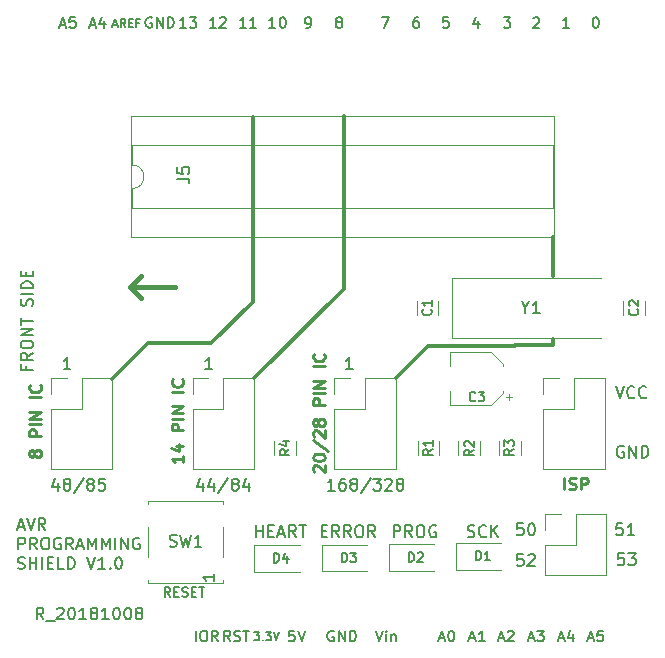
<source format=gbr>
G04 #@! TF.GenerationSoftware,KiCad,Pcbnew,(5.0.0)*
G04 #@! TF.CreationDate,2018-10-08T15:54:37-05:00*
G04 #@! TF.ProjectId,YAPS_Arduino_Shield_AVR,594150535F41726475696E6F5F536869,1.0*
G04 #@! TF.SameCoordinates,Original*
G04 #@! TF.FileFunction,Legend,Top*
G04 #@! TF.FilePolarity,Positive*
%FSLAX46Y46*%
G04 Gerber Fmt 4.6, Leading zero omitted, Abs format (unit mm)*
G04 Created by KiCad (PCBNEW (5.0.0)) date 10/08/18 15:54:37*
%MOMM*%
%LPD*%
G01*
G04 APERTURE LIST*
%ADD10C,0.300000*%
%ADD11C,0.250000*%
%ADD12C,0.150000*%
%ADD13C,0.400000*%
%ADD14C,0.120000*%
G04 APERTURE END LIST*
D10*
X170860720Y-95242380D02*
X170860720Y-91914980D01*
X170830240Y-101071680D02*
X170830240Y-100556060D01*
X167586660Y-101079300D02*
X170817540Y-101079300D01*
X160258760Y-101099620D02*
X167634920Y-101099620D01*
X157495240Y-103863140D02*
X160258760Y-101099620D01*
X145425160Y-97378520D02*
X145425160Y-81706720D01*
X141894560Y-100909120D02*
X145425160Y-97378520D01*
X136502140Y-100909120D02*
X141894560Y-100909120D01*
X133517640Y-103893620D02*
X136502140Y-100909120D01*
X153103580Y-96266000D02*
X153103580Y-81688940D01*
X145544540Y-103825040D02*
X153103580Y-96266000D01*
D11*
X150614119Y-111789220D02*
X150566500Y-111741600D01*
X150518880Y-111646362D01*
X150518880Y-111408267D01*
X150566500Y-111313029D01*
X150614119Y-111265410D01*
X150709357Y-111217791D01*
X150804595Y-111217791D01*
X150947452Y-111265410D01*
X151518880Y-111836839D01*
X151518880Y-111217791D01*
X150518880Y-110598743D02*
X150518880Y-110503505D01*
X150566500Y-110408267D01*
X150614119Y-110360648D01*
X150709357Y-110313029D01*
X150899833Y-110265410D01*
X151137928Y-110265410D01*
X151328404Y-110313029D01*
X151423642Y-110360648D01*
X151471261Y-110408267D01*
X151518880Y-110503505D01*
X151518880Y-110598743D01*
X151471261Y-110693981D01*
X151423642Y-110741600D01*
X151328404Y-110789220D01*
X151137928Y-110836839D01*
X150899833Y-110836839D01*
X150709357Y-110789220D01*
X150614119Y-110741600D01*
X150566500Y-110693981D01*
X150518880Y-110598743D01*
X150471261Y-109122553D02*
X151756976Y-109979696D01*
X150614119Y-108836839D02*
X150566500Y-108789220D01*
X150518880Y-108693981D01*
X150518880Y-108455886D01*
X150566500Y-108360648D01*
X150614119Y-108313029D01*
X150709357Y-108265410D01*
X150804595Y-108265410D01*
X150947452Y-108313029D01*
X151518880Y-108884458D01*
X151518880Y-108265410D01*
X150947452Y-107693981D02*
X150899833Y-107789220D01*
X150852214Y-107836839D01*
X150756976Y-107884458D01*
X150709357Y-107884458D01*
X150614119Y-107836839D01*
X150566500Y-107789220D01*
X150518880Y-107693981D01*
X150518880Y-107503505D01*
X150566500Y-107408267D01*
X150614119Y-107360648D01*
X150709357Y-107313029D01*
X150756976Y-107313029D01*
X150852214Y-107360648D01*
X150899833Y-107408267D01*
X150947452Y-107503505D01*
X150947452Y-107693981D01*
X150995071Y-107789220D01*
X151042690Y-107836839D01*
X151137928Y-107884458D01*
X151328404Y-107884458D01*
X151423642Y-107836839D01*
X151471261Y-107789220D01*
X151518880Y-107693981D01*
X151518880Y-107503505D01*
X151471261Y-107408267D01*
X151423642Y-107360648D01*
X151328404Y-107313029D01*
X151137928Y-107313029D01*
X151042690Y-107360648D01*
X150995071Y-107408267D01*
X150947452Y-107503505D01*
X151518880Y-106122553D02*
X150518880Y-106122553D01*
X150518880Y-105741600D01*
X150566500Y-105646362D01*
X150614119Y-105598743D01*
X150709357Y-105551124D01*
X150852214Y-105551124D01*
X150947452Y-105598743D01*
X150995071Y-105646362D01*
X151042690Y-105741600D01*
X151042690Y-106122553D01*
X151518880Y-105122553D02*
X150518880Y-105122553D01*
X151518880Y-104646362D02*
X150518880Y-104646362D01*
X151518880Y-104074934D01*
X150518880Y-104074934D01*
X151518880Y-102836839D02*
X150518880Y-102836839D01*
X151423642Y-101789220D02*
X151471261Y-101836839D01*
X151518880Y-101979696D01*
X151518880Y-102074934D01*
X151471261Y-102217791D01*
X151376023Y-102313029D01*
X151280785Y-102360648D01*
X151090309Y-102408267D01*
X150947452Y-102408267D01*
X150756976Y-102360648D01*
X150661738Y-102313029D01*
X150566500Y-102217791D01*
X150518880Y-102074934D01*
X150518880Y-101979696D01*
X150566500Y-101836839D01*
X150614119Y-101789220D01*
X139537700Y-110419781D02*
X139537700Y-110991210D01*
X139537700Y-110705496D02*
X138537700Y-110705496D01*
X138680558Y-110800734D01*
X138775796Y-110895972D01*
X138823415Y-110991210D01*
X138871034Y-109562639D02*
X139537700Y-109562639D01*
X138490081Y-109800734D02*
X139204367Y-110038829D01*
X139204367Y-109419781D01*
X139537700Y-108276924D02*
X138537700Y-108276924D01*
X138537700Y-107895972D01*
X138585320Y-107800734D01*
X138632939Y-107753115D01*
X138728177Y-107705496D01*
X138871034Y-107705496D01*
X138966272Y-107753115D01*
X139013891Y-107800734D01*
X139061510Y-107895972D01*
X139061510Y-108276924D01*
X139537700Y-107276924D02*
X138537700Y-107276924D01*
X139537700Y-106800734D02*
X138537700Y-106800734D01*
X139537700Y-106229305D01*
X138537700Y-106229305D01*
X139537700Y-104991210D02*
X138537700Y-104991210D01*
X139442462Y-103943591D02*
X139490081Y-103991210D01*
X139537700Y-104134067D01*
X139537700Y-104229305D01*
X139490081Y-104372162D01*
X139394843Y-104467401D01*
X139299605Y-104515020D01*
X139109129Y-104562639D01*
X138966272Y-104562639D01*
X138775796Y-104515020D01*
X138680558Y-104467401D01*
X138585320Y-104372162D01*
X138537700Y-104229305D01*
X138537700Y-104134067D01*
X138585320Y-103991210D01*
X138632939Y-103943591D01*
X126924132Y-110324542D02*
X126876513Y-110419780D01*
X126828894Y-110467400D01*
X126733656Y-110515019D01*
X126686037Y-110515019D01*
X126590799Y-110467400D01*
X126543180Y-110419780D01*
X126495560Y-110324542D01*
X126495560Y-110134066D01*
X126543180Y-110038828D01*
X126590799Y-109991209D01*
X126686037Y-109943590D01*
X126733656Y-109943590D01*
X126828894Y-109991209D01*
X126876513Y-110038828D01*
X126924132Y-110134066D01*
X126924132Y-110324542D01*
X126971751Y-110419780D01*
X127019370Y-110467400D01*
X127114608Y-110515019D01*
X127305084Y-110515019D01*
X127400322Y-110467400D01*
X127447941Y-110419780D01*
X127495560Y-110324542D01*
X127495560Y-110134066D01*
X127447941Y-110038828D01*
X127400322Y-109991209D01*
X127305084Y-109943590D01*
X127114608Y-109943590D01*
X127019370Y-109991209D01*
X126971751Y-110038828D01*
X126924132Y-110134066D01*
X127495560Y-108753114D02*
X126495560Y-108753114D01*
X126495560Y-108372161D01*
X126543180Y-108276923D01*
X126590799Y-108229304D01*
X126686037Y-108181685D01*
X126828894Y-108181685D01*
X126924132Y-108229304D01*
X126971751Y-108276923D01*
X127019370Y-108372161D01*
X127019370Y-108753114D01*
X127495560Y-107753114D02*
X126495560Y-107753114D01*
X127495560Y-107276923D02*
X126495560Y-107276923D01*
X127495560Y-106705495D01*
X126495560Y-106705495D01*
X127495560Y-105467400D02*
X126495560Y-105467400D01*
X127400322Y-104419780D02*
X127447941Y-104467400D01*
X127495560Y-104610257D01*
X127495560Y-104705495D01*
X127447941Y-104848352D01*
X127352703Y-104943590D01*
X127257465Y-104991209D01*
X127066989Y-105038828D01*
X126924132Y-105038828D01*
X126733656Y-104991209D01*
X126638418Y-104943590D01*
X126543180Y-104848352D01*
X126495560Y-104705495D01*
X126495560Y-104610257D01*
X126543180Y-104467400D01*
X126590799Y-104419780D01*
D12*
X126250391Y-102809513D02*
X126250391Y-103142846D01*
X126774200Y-103142846D02*
X125774200Y-103142846D01*
X125774200Y-102666656D01*
X126774200Y-101714275D02*
X126298010Y-102047608D01*
X126774200Y-102285703D02*
X125774200Y-102285703D01*
X125774200Y-101904751D01*
X125821820Y-101809513D01*
X125869439Y-101761894D01*
X125964677Y-101714275D01*
X126107534Y-101714275D01*
X126202772Y-101761894D01*
X126250391Y-101809513D01*
X126298010Y-101904751D01*
X126298010Y-102285703D01*
X125774200Y-101095227D02*
X125774200Y-100904751D01*
X125821820Y-100809513D01*
X125917058Y-100714275D01*
X126107534Y-100666656D01*
X126440867Y-100666656D01*
X126631343Y-100714275D01*
X126726581Y-100809513D01*
X126774200Y-100904751D01*
X126774200Y-101095227D01*
X126726581Y-101190465D01*
X126631343Y-101285703D01*
X126440867Y-101333322D01*
X126107534Y-101333322D01*
X125917058Y-101285703D01*
X125821820Y-101190465D01*
X125774200Y-101095227D01*
X126774200Y-100238084D02*
X125774200Y-100238084D01*
X126774200Y-99666656D01*
X125774200Y-99666656D01*
X125774200Y-99333322D02*
X125774200Y-98761894D01*
X126774200Y-99047608D02*
X125774200Y-99047608D01*
X126726581Y-97714275D02*
X126774200Y-97571418D01*
X126774200Y-97333322D01*
X126726581Y-97238084D01*
X126678962Y-97190465D01*
X126583724Y-97142846D01*
X126488486Y-97142846D01*
X126393248Y-97190465D01*
X126345629Y-97238084D01*
X126298010Y-97333322D01*
X126250391Y-97523799D01*
X126202772Y-97619037D01*
X126155153Y-97666656D01*
X126059915Y-97714275D01*
X125964677Y-97714275D01*
X125869439Y-97666656D01*
X125821820Y-97619037D01*
X125774200Y-97523799D01*
X125774200Y-97285703D01*
X125821820Y-97142846D01*
X126774200Y-96714275D02*
X125774200Y-96714275D01*
X126774200Y-96238084D02*
X125774200Y-96238084D01*
X125774200Y-95999989D01*
X125821820Y-95857132D01*
X125917058Y-95761894D01*
X126012296Y-95714275D01*
X126202772Y-95666656D01*
X126345629Y-95666656D01*
X126536105Y-95714275D01*
X126631343Y-95761894D01*
X126726581Y-95857132D01*
X126774200Y-95999989D01*
X126774200Y-96238084D01*
X126250391Y-95238084D02*
X126250391Y-94904751D01*
X126774200Y-94761894D02*
X126774200Y-95238084D01*
X125774200Y-95238084D01*
X125774200Y-94761894D01*
X125520136Y-116418386D02*
X125996326Y-116418386D01*
X125424898Y-116704100D02*
X125758231Y-115704100D01*
X126091564Y-116704100D01*
X126282040Y-115704100D02*
X126615374Y-116704100D01*
X126948707Y-115704100D01*
X127853469Y-116704100D02*
X127520136Y-116227910D01*
X127282040Y-116704100D02*
X127282040Y-115704100D01*
X127662993Y-115704100D01*
X127758231Y-115751720D01*
X127805850Y-115799339D01*
X127853469Y-115894577D01*
X127853469Y-116037434D01*
X127805850Y-116132672D01*
X127758231Y-116180291D01*
X127662993Y-116227910D01*
X127282040Y-116227910D01*
X125567755Y-118354100D02*
X125567755Y-117354100D01*
X125948707Y-117354100D01*
X126043945Y-117401720D01*
X126091564Y-117449339D01*
X126139183Y-117544577D01*
X126139183Y-117687434D01*
X126091564Y-117782672D01*
X126043945Y-117830291D01*
X125948707Y-117877910D01*
X125567755Y-117877910D01*
X127139183Y-118354100D02*
X126805850Y-117877910D01*
X126567755Y-118354100D02*
X126567755Y-117354100D01*
X126948707Y-117354100D01*
X127043945Y-117401720D01*
X127091564Y-117449339D01*
X127139183Y-117544577D01*
X127139183Y-117687434D01*
X127091564Y-117782672D01*
X127043945Y-117830291D01*
X126948707Y-117877910D01*
X126567755Y-117877910D01*
X127758231Y-117354100D02*
X127948707Y-117354100D01*
X128043945Y-117401720D01*
X128139183Y-117496958D01*
X128186802Y-117687434D01*
X128186802Y-118020767D01*
X128139183Y-118211243D01*
X128043945Y-118306481D01*
X127948707Y-118354100D01*
X127758231Y-118354100D01*
X127662993Y-118306481D01*
X127567755Y-118211243D01*
X127520136Y-118020767D01*
X127520136Y-117687434D01*
X127567755Y-117496958D01*
X127662993Y-117401720D01*
X127758231Y-117354100D01*
X129139183Y-117401720D02*
X129043945Y-117354100D01*
X128901088Y-117354100D01*
X128758231Y-117401720D01*
X128662993Y-117496958D01*
X128615374Y-117592196D01*
X128567755Y-117782672D01*
X128567755Y-117925529D01*
X128615374Y-118116005D01*
X128662993Y-118211243D01*
X128758231Y-118306481D01*
X128901088Y-118354100D01*
X128996326Y-118354100D01*
X129139183Y-118306481D01*
X129186802Y-118258862D01*
X129186802Y-117925529D01*
X128996326Y-117925529D01*
X130186802Y-118354100D02*
X129853469Y-117877910D01*
X129615374Y-118354100D02*
X129615374Y-117354100D01*
X129996326Y-117354100D01*
X130091564Y-117401720D01*
X130139183Y-117449339D01*
X130186802Y-117544577D01*
X130186802Y-117687434D01*
X130139183Y-117782672D01*
X130091564Y-117830291D01*
X129996326Y-117877910D01*
X129615374Y-117877910D01*
X130567755Y-118068386D02*
X131043945Y-118068386D01*
X130472517Y-118354100D02*
X130805850Y-117354100D01*
X131139183Y-118354100D01*
X131472517Y-118354100D02*
X131472517Y-117354100D01*
X131805850Y-118068386D01*
X132139183Y-117354100D01*
X132139183Y-118354100D01*
X132615374Y-118354100D02*
X132615374Y-117354100D01*
X132948707Y-118068386D01*
X133282040Y-117354100D01*
X133282040Y-118354100D01*
X133758231Y-118354100D02*
X133758231Y-117354100D01*
X134234421Y-118354100D02*
X134234421Y-117354100D01*
X134805850Y-118354100D01*
X134805850Y-117354100D01*
X135805850Y-117401720D02*
X135710612Y-117354100D01*
X135567755Y-117354100D01*
X135424898Y-117401720D01*
X135329660Y-117496958D01*
X135282040Y-117592196D01*
X135234421Y-117782672D01*
X135234421Y-117925529D01*
X135282040Y-118116005D01*
X135329660Y-118211243D01*
X135424898Y-118306481D01*
X135567755Y-118354100D01*
X135662993Y-118354100D01*
X135805850Y-118306481D01*
X135853469Y-118258862D01*
X135853469Y-117925529D01*
X135662993Y-117925529D01*
X125520136Y-119956481D02*
X125662993Y-120004100D01*
X125901088Y-120004100D01*
X125996326Y-119956481D01*
X126043945Y-119908862D01*
X126091564Y-119813624D01*
X126091564Y-119718386D01*
X126043945Y-119623148D01*
X125996326Y-119575529D01*
X125901088Y-119527910D01*
X125710612Y-119480291D01*
X125615374Y-119432672D01*
X125567755Y-119385053D01*
X125520136Y-119289815D01*
X125520136Y-119194577D01*
X125567755Y-119099339D01*
X125615374Y-119051720D01*
X125710612Y-119004100D01*
X125948707Y-119004100D01*
X126091564Y-119051720D01*
X126520136Y-120004100D02*
X126520136Y-119004100D01*
X126520136Y-119480291D02*
X127091564Y-119480291D01*
X127091564Y-120004100D02*
X127091564Y-119004100D01*
X127567755Y-120004100D02*
X127567755Y-119004100D01*
X128043945Y-119480291D02*
X128377279Y-119480291D01*
X128520136Y-120004100D02*
X128043945Y-120004100D01*
X128043945Y-119004100D01*
X128520136Y-119004100D01*
X129424898Y-120004100D02*
X128948707Y-120004100D01*
X128948707Y-119004100D01*
X129758231Y-120004100D02*
X129758231Y-119004100D01*
X129996326Y-119004100D01*
X130139183Y-119051720D01*
X130234421Y-119146958D01*
X130282040Y-119242196D01*
X130329660Y-119432672D01*
X130329660Y-119575529D01*
X130282040Y-119766005D01*
X130234421Y-119861243D01*
X130139183Y-119956481D01*
X129996326Y-120004100D01*
X129758231Y-120004100D01*
X131377279Y-119004100D02*
X131710612Y-120004100D01*
X132043945Y-119004100D01*
X132901088Y-120004100D02*
X132329660Y-120004100D01*
X132615374Y-120004100D02*
X132615374Y-119004100D01*
X132520136Y-119146958D01*
X132424898Y-119242196D01*
X132329660Y-119289815D01*
X133329660Y-119908862D02*
X133377279Y-119956481D01*
X133329660Y-120004100D01*
X133282040Y-119956481D01*
X133329660Y-119908862D01*
X133329660Y-120004100D01*
X133996326Y-119004100D02*
X134091564Y-119004100D01*
X134186802Y-119051720D01*
X134234421Y-119099339D01*
X134282040Y-119194577D01*
X134329660Y-119385053D01*
X134329660Y-119623148D01*
X134282040Y-119813624D01*
X134234421Y-119908862D01*
X134186802Y-119956481D01*
X134091564Y-120004100D01*
X133996326Y-120004100D01*
X133901088Y-119956481D01*
X133853469Y-119908862D01*
X133805850Y-119813624D01*
X133758231Y-119623148D01*
X133758231Y-119385053D01*
X133805850Y-119194577D01*
X133853469Y-119099339D01*
X133901088Y-119051720D01*
X133996326Y-119004100D01*
X127688507Y-124282460D02*
X127355174Y-123806270D01*
X127117079Y-124282460D02*
X127117079Y-123282460D01*
X127498031Y-123282460D01*
X127593269Y-123330080D01*
X127640888Y-123377699D01*
X127688507Y-123472937D01*
X127688507Y-123615794D01*
X127640888Y-123711032D01*
X127593269Y-123758651D01*
X127498031Y-123806270D01*
X127117079Y-123806270D01*
X127878983Y-124377699D02*
X128640888Y-124377699D01*
X128831364Y-123377699D02*
X128878983Y-123330080D01*
X128974221Y-123282460D01*
X129212317Y-123282460D01*
X129307555Y-123330080D01*
X129355174Y-123377699D01*
X129402793Y-123472937D01*
X129402793Y-123568175D01*
X129355174Y-123711032D01*
X128783745Y-124282460D01*
X129402793Y-124282460D01*
X130021840Y-123282460D02*
X130117079Y-123282460D01*
X130212317Y-123330080D01*
X130259936Y-123377699D01*
X130307555Y-123472937D01*
X130355174Y-123663413D01*
X130355174Y-123901508D01*
X130307555Y-124091984D01*
X130259936Y-124187222D01*
X130212317Y-124234841D01*
X130117079Y-124282460D01*
X130021840Y-124282460D01*
X129926602Y-124234841D01*
X129878983Y-124187222D01*
X129831364Y-124091984D01*
X129783745Y-123901508D01*
X129783745Y-123663413D01*
X129831364Y-123472937D01*
X129878983Y-123377699D01*
X129926602Y-123330080D01*
X130021840Y-123282460D01*
X131307555Y-124282460D02*
X130736126Y-124282460D01*
X131021840Y-124282460D02*
X131021840Y-123282460D01*
X130926602Y-123425318D01*
X130831364Y-123520556D01*
X130736126Y-123568175D01*
X131878983Y-123711032D02*
X131783745Y-123663413D01*
X131736126Y-123615794D01*
X131688507Y-123520556D01*
X131688507Y-123472937D01*
X131736126Y-123377699D01*
X131783745Y-123330080D01*
X131878983Y-123282460D01*
X132069460Y-123282460D01*
X132164698Y-123330080D01*
X132212317Y-123377699D01*
X132259936Y-123472937D01*
X132259936Y-123520556D01*
X132212317Y-123615794D01*
X132164698Y-123663413D01*
X132069460Y-123711032D01*
X131878983Y-123711032D01*
X131783745Y-123758651D01*
X131736126Y-123806270D01*
X131688507Y-123901508D01*
X131688507Y-124091984D01*
X131736126Y-124187222D01*
X131783745Y-124234841D01*
X131878983Y-124282460D01*
X132069460Y-124282460D01*
X132164698Y-124234841D01*
X132212317Y-124187222D01*
X132259936Y-124091984D01*
X132259936Y-123901508D01*
X132212317Y-123806270D01*
X132164698Y-123758651D01*
X132069460Y-123711032D01*
X133212317Y-124282460D02*
X132640888Y-124282460D01*
X132926602Y-124282460D02*
X132926602Y-123282460D01*
X132831364Y-123425318D01*
X132736126Y-123520556D01*
X132640888Y-123568175D01*
X133831364Y-123282460D02*
X133926602Y-123282460D01*
X134021840Y-123330080D01*
X134069460Y-123377699D01*
X134117079Y-123472937D01*
X134164698Y-123663413D01*
X134164698Y-123901508D01*
X134117079Y-124091984D01*
X134069460Y-124187222D01*
X134021840Y-124234841D01*
X133926602Y-124282460D01*
X133831364Y-124282460D01*
X133736126Y-124234841D01*
X133688507Y-124187222D01*
X133640888Y-124091984D01*
X133593269Y-123901508D01*
X133593269Y-123663413D01*
X133640888Y-123472937D01*
X133688507Y-123377699D01*
X133736126Y-123330080D01*
X133831364Y-123282460D01*
X134783745Y-123282460D02*
X134878983Y-123282460D01*
X134974221Y-123330080D01*
X135021840Y-123377699D01*
X135069460Y-123472937D01*
X135117079Y-123663413D01*
X135117079Y-123901508D01*
X135069460Y-124091984D01*
X135021840Y-124187222D01*
X134974221Y-124234841D01*
X134878983Y-124282460D01*
X134783745Y-124282460D01*
X134688507Y-124234841D01*
X134640888Y-124187222D01*
X134593269Y-124091984D01*
X134545650Y-123901508D01*
X134545650Y-123663413D01*
X134593269Y-123472937D01*
X134640888Y-123377699D01*
X134688507Y-123330080D01*
X134783745Y-123282460D01*
X135688507Y-123711032D02*
X135593269Y-123663413D01*
X135545650Y-123615794D01*
X135498031Y-123520556D01*
X135498031Y-123472937D01*
X135545650Y-123377699D01*
X135593269Y-123330080D01*
X135688507Y-123282460D01*
X135878983Y-123282460D01*
X135974221Y-123330080D01*
X136021840Y-123377699D01*
X136069460Y-123472937D01*
X136069460Y-123520556D01*
X136021840Y-123615794D01*
X135974221Y-123663413D01*
X135878983Y-123711032D01*
X135688507Y-123711032D01*
X135593269Y-123758651D01*
X135545650Y-123806270D01*
X135498031Y-123901508D01*
X135498031Y-124091984D01*
X135545650Y-124187222D01*
X135593269Y-124234841D01*
X135688507Y-124282460D01*
X135878983Y-124282460D01*
X135974221Y-124234841D01*
X136021840Y-124187222D01*
X136069460Y-124091984D01*
X136069460Y-123901508D01*
X136021840Y-123806270D01*
X135974221Y-123758651D01*
X135878983Y-123711032D01*
D13*
X138831081Y-96145622D02*
X135021558Y-96145622D01*
X135973939Y-97098003D02*
X135021558Y-96145622D01*
X135973939Y-95193241D01*
D12*
X129118122Y-73947160D02*
X129546694Y-73947160D01*
X129032408Y-74204302D02*
X129332408Y-73304302D01*
X129632408Y-74204302D01*
X130360980Y-73304302D02*
X129932408Y-73304302D01*
X129889551Y-73732874D01*
X129932408Y-73690017D01*
X130018122Y-73647160D01*
X130232408Y-73647160D01*
X130318122Y-73690017D01*
X130360980Y-73732874D01*
X130403837Y-73818588D01*
X130403837Y-74032874D01*
X130360980Y-74118588D01*
X130318122Y-74161445D01*
X130232408Y-74204302D01*
X130018122Y-74204302D01*
X129932408Y-74161445D01*
X129889551Y-74118588D01*
X131655582Y-73947160D02*
X132084154Y-73947160D01*
X131569868Y-74204302D02*
X131869868Y-73304302D01*
X132169868Y-74204302D01*
X132855582Y-73604302D02*
X132855582Y-74204302D01*
X132641297Y-73261445D02*
X132427011Y-73904302D01*
X132984154Y-73904302D01*
X133595886Y-73919826D02*
X133929220Y-73919826D01*
X133529220Y-74119826D02*
X133762553Y-73419826D01*
X133995886Y-74119826D01*
X134629220Y-74119826D02*
X134395886Y-73786493D01*
X134229220Y-74119826D02*
X134229220Y-73419826D01*
X134495886Y-73419826D01*
X134562553Y-73453160D01*
X134595886Y-73486493D01*
X134629220Y-73553160D01*
X134629220Y-73653160D01*
X134595886Y-73719826D01*
X134562553Y-73753160D01*
X134495886Y-73786493D01*
X134229220Y-73786493D01*
X134929220Y-73753160D02*
X135162553Y-73753160D01*
X135262553Y-74119826D02*
X134929220Y-74119826D01*
X134929220Y-73419826D01*
X135262553Y-73419826D01*
X135795886Y-73753160D02*
X135562553Y-73753160D01*
X135562553Y-74119826D02*
X135562553Y-73419826D01*
X135895886Y-73419826D01*
X136840045Y-73347160D02*
X136754331Y-73304302D01*
X136625760Y-73304302D01*
X136497188Y-73347160D01*
X136411474Y-73432874D01*
X136368617Y-73518588D01*
X136325760Y-73690017D01*
X136325760Y-73818588D01*
X136368617Y-73990017D01*
X136411474Y-74075731D01*
X136497188Y-74161445D01*
X136625760Y-74204302D01*
X136711474Y-74204302D01*
X136840045Y-74161445D01*
X136882902Y-74118588D01*
X136882902Y-73818588D01*
X136711474Y-73818588D01*
X137268617Y-74204302D02*
X137268617Y-73304302D01*
X137782902Y-74204302D01*
X137782902Y-73304302D01*
X138211474Y-74204302D02*
X138211474Y-73304302D01*
X138425760Y-73304302D01*
X138554331Y-73347160D01*
X138640045Y-73432874D01*
X138682902Y-73518588D01*
X138725760Y-73690017D01*
X138725760Y-73818588D01*
X138682902Y-73990017D01*
X138640045Y-74075731D01*
X138554331Y-74161445D01*
X138425760Y-74204302D01*
X138211474Y-74204302D01*
X139762251Y-74204302D02*
X139247965Y-74204302D01*
X139505108Y-74204302D02*
X139505108Y-73304302D01*
X139419394Y-73432874D01*
X139333680Y-73518588D01*
X139247965Y-73561445D01*
X140062251Y-73304302D02*
X140619394Y-73304302D01*
X140319394Y-73647160D01*
X140447965Y-73647160D01*
X140533680Y-73690017D01*
X140576537Y-73732874D01*
X140619394Y-73818588D01*
X140619394Y-74032874D01*
X140576537Y-74118588D01*
X140533680Y-74161445D01*
X140447965Y-74204302D01*
X140190822Y-74204302D01*
X140105108Y-74161445D01*
X140062251Y-74118588D01*
X142279391Y-74204302D02*
X141765105Y-74204302D01*
X142022248Y-74204302D02*
X142022248Y-73304302D01*
X141936534Y-73432874D01*
X141850820Y-73518588D01*
X141765105Y-73561445D01*
X142622248Y-73390017D02*
X142665105Y-73347160D01*
X142750820Y-73304302D01*
X142965105Y-73304302D01*
X143050820Y-73347160D01*
X143093677Y-73390017D01*
X143136534Y-73475731D01*
X143136534Y-73561445D01*
X143093677Y-73690017D01*
X142579391Y-74204302D01*
X143136534Y-74204302D01*
X144839711Y-74204302D02*
X144325425Y-74204302D01*
X144582568Y-74204302D02*
X144582568Y-73304302D01*
X144496854Y-73432874D01*
X144411140Y-73518588D01*
X144325425Y-73561445D01*
X145696854Y-74204302D02*
X145182568Y-74204302D01*
X145439711Y-74204302D02*
X145439711Y-73304302D01*
X145353997Y-73432874D01*
X145268282Y-73518588D01*
X145182568Y-73561445D01*
X147333991Y-74204302D02*
X146819705Y-74204302D01*
X147076848Y-74204302D02*
X147076848Y-73304302D01*
X146991134Y-73432874D01*
X146905420Y-73518588D01*
X146819705Y-73561445D01*
X147891134Y-73304302D02*
X147976848Y-73304302D01*
X148062562Y-73347160D01*
X148105420Y-73390017D01*
X148148277Y-73475731D01*
X148191134Y-73647160D01*
X148191134Y-73861445D01*
X148148277Y-74032874D01*
X148105420Y-74118588D01*
X148062562Y-74161445D01*
X147976848Y-74204302D01*
X147891134Y-74204302D01*
X147805420Y-74161445D01*
X147762562Y-74118588D01*
X147719705Y-74032874D01*
X147676848Y-73861445D01*
X147676848Y-73647160D01*
X147719705Y-73475731D01*
X147762562Y-73390017D01*
X147805420Y-73347160D01*
X147891134Y-73304302D01*
X149914631Y-74204302D02*
X150086060Y-74204302D01*
X150171774Y-74161445D01*
X150214631Y-74118588D01*
X150300345Y-73990017D01*
X150343202Y-73818588D01*
X150343202Y-73475731D01*
X150300345Y-73390017D01*
X150257488Y-73347160D01*
X150171774Y-73304302D01*
X150000345Y-73304302D01*
X149914631Y-73347160D01*
X149871774Y-73390017D01*
X149828917Y-73475731D01*
X149828917Y-73690017D01*
X149871774Y-73775731D01*
X149914631Y-73818588D01*
X150000345Y-73861445D01*
X150171774Y-73861445D01*
X150257488Y-73818588D01*
X150300345Y-73775731D01*
X150343202Y-73690017D01*
X152626705Y-73690017D02*
X152540991Y-73647160D01*
X152498134Y-73604302D01*
X152455277Y-73518588D01*
X152455277Y-73475731D01*
X152498134Y-73390017D01*
X152540991Y-73347160D01*
X152626705Y-73304302D01*
X152798134Y-73304302D01*
X152883848Y-73347160D01*
X152926705Y-73390017D01*
X152969562Y-73475731D01*
X152969562Y-73518588D01*
X152926705Y-73604302D01*
X152883848Y-73647160D01*
X152798134Y-73690017D01*
X152626705Y-73690017D01*
X152540991Y-73732874D01*
X152498134Y-73775731D01*
X152455277Y-73861445D01*
X152455277Y-74032874D01*
X152498134Y-74118588D01*
X152540991Y-74161445D01*
X152626705Y-74204302D01*
X152798134Y-74204302D01*
X152883848Y-74161445D01*
X152926705Y-74118588D01*
X152969562Y-74032874D01*
X152969562Y-73861445D01*
X152926705Y-73775731D01*
X152883848Y-73732874D01*
X152798134Y-73690017D01*
X156341800Y-73304302D02*
X156941800Y-73304302D01*
X156556085Y-74204302D01*
X159411648Y-73304302D02*
X159240220Y-73304302D01*
X159154505Y-73347160D01*
X159111648Y-73390017D01*
X159025934Y-73518588D01*
X158983077Y-73690017D01*
X158983077Y-74032874D01*
X159025934Y-74118588D01*
X159068791Y-74161445D01*
X159154505Y-74204302D01*
X159325934Y-74204302D01*
X159411648Y-74161445D01*
X159454505Y-74118588D01*
X159497362Y-74032874D01*
X159497362Y-73818588D01*
X159454505Y-73732874D01*
X159411648Y-73690017D01*
X159325934Y-73647160D01*
X159154505Y-73647160D01*
X159068791Y-73690017D01*
X159025934Y-73732874D01*
X158983077Y-73818588D01*
X161961485Y-73304302D02*
X161532914Y-73304302D01*
X161490057Y-73732874D01*
X161532914Y-73690017D01*
X161618628Y-73647160D01*
X161832914Y-73647160D01*
X161918628Y-73690017D01*
X161961485Y-73732874D01*
X162004342Y-73818588D01*
X162004342Y-74032874D01*
X161961485Y-74118588D01*
X161918628Y-74161445D01*
X161832914Y-74204302D01*
X161618628Y-74204302D01*
X161532914Y-74161445D01*
X161490057Y-74118588D01*
X164514508Y-73604302D02*
X164514508Y-74204302D01*
X164300222Y-73261445D02*
X164085937Y-73904302D01*
X164643080Y-73904302D01*
X166659280Y-73304302D02*
X167216422Y-73304302D01*
X166916422Y-73647160D01*
X167044994Y-73647160D01*
X167130708Y-73690017D01*
X167173565Y-73732874D01*
X167216422Y-73818588D01*
X167216422Y-74032874D01*
X167173565Y-74118588D01*
X167130708Y-74161445D01*
X167044994Y-74204302D01*
X166787851Y-74204302D01*
X166702137Y-74161445D01*
X166659280Y-74118588D01*
X169158317Y-73390017D02*
X169201174Y-73347160D01*
X169286888Y-73304302D01*
X169501174Y-73304302D01*
X169586888Y-73347160D01*
X169629745Y-73390017D01*
X169672602Y-73475731D01*
X169672602Y-73561445D01*
X169629745Y-73690017D01*
X169115460Y-74204302D01*
X169672602Y-74204302D01*
X172197362Y-74204302D02*
X171683077Y-74204302D01*
X171940220Y-74204302D02*
X171940220Y-73304302D01*
X171854505Y-73432874D01*
X171768791Y-73518588D01*
X171683077Y-73561445D01*
X174422122Y-73304302D02*
X174507837Y-73304302D01*
X174593551Y-73347160D01*
X174636408Y-73390017D01*
X174679265Y-73475731D01*
X174722122Y-73647160D01*
X174722122Y-73861445D01*
X174679265Y-74032874D01*
X174636408Y-74118588D01*
X174593551Y-74161445D01*
X174507837Y-74204302D01*
X174422122Y-74204302D01*
X174336408Y-74161445D01*
X174293551Y-74118588D01*
X174250694Y-74032874D01*
X174207837Y-73861445D01*
X174207837Y-73647160D01*
X174250694Y-73475731D01*
X174293551Y-73390017D01*
X174336408Y-73347160D01*
X174422122Y-73304302D01*
X140574351Y-126144762D02*
X140574351Y-125244762D01*
X141174351Y-125244762D02*
X141345780Y-125244762D01*
X141431494Y-125287620D01*
X141517208Y-125373334D01*
X141560065Y-125544762D01*
X141560065Y-125844762D01*
X141517208Y-126016191D01*
X141431494Y-126101905D01*
X141345780Y-126144762D01*
X141174351Y-126144762D01*
X141088637Y-126101905D01*
X141002922Y-126016191D01*
X140960065Y-125844762D01*
X140960065Y-125544762D01*
X141002922Y-125373334D01*
X141088637Y-125287620D01*
X141174351Y-125244762D01*
X142460065Y-126144762D02*
X142160065Y-125716191D01*
X141945780Y-126144762D02*
X141945780Y-125244762D01*
X142288637Y-125244762D01*
X142374351Y-125287620D01*
X142417208Y-125330477D01*
X142460065Y-125416191D01*
X142460065Y-125544762D01*
X142417208Y-125630477D01*
X142374351Y-125673334D01*
X142288637Y-125716191D01*
X141945780Y-125716191D01*
X143492122Y-126144762D02*
X143192122Y-125716191D01*
X142977837Y-126144762D02*
X142977837Y-125244762D01*
X143320694Y-125244762D01*
X143406408Y-125287620D01*
X143449265Y-125330477D01*
X143492122Y-125416191D01*
X143492122Y-125544762D01*
X143449265Y-125630477D01*
X143406408Y-125673334D01*
X143320694Y-125716191D01*
X142977837Y-125716191D01*
X143834980Y-126101905D02*
X143963551Y-126144762D01*
X144177837Y-126144762D01*
X144263551Y-126101905D01*
X144306408Y-126059048D01*
X144349265Y-125973334D01*
X144349265Y-125887620D01*
X144306408Y-125801905D01*
X144263551Y-125759048D01*
X144177837Y-125716191D01*
X144006408Y-125673334D01*
X143920694Y-125630477D01*
X143877837Y-125587620D01*
X143834980Y-125501905D01*
X143834980Y-125416191D01*
X143877837Y-125330477D01*
X143920694Y-125287620D01*
X144006408Y-125244762D01*
X144220694Y-125244762D01*
X144349265Y-125287620D01*
X144606408Y-125244762D02*
X145120694Y-125244762D01*
X144863551Y-126144762D02*
X144863551Y-125244762D01*
X145537366Y-125360286D02*
X145970700Y-125360286D01*
X145737366Y-125626953D01*
X145837366Y-125626953D01*
X145904033Y-125660286D01*
X145937366Y-125693620D01*
X145970700Y-125760286D01*
X145970700Y-125926953D01*
X145937366Y-125993620D01*
X145904033Y-126026953D01*
X145837366Y-126060286D01*
X145637366Y-126060286D01*
X145570700Y-126026953D01*
X145537366Y-125993620D01*
X146270700Y-125993620D02*
X146304033Y-126026953D01*
X146270700Y-126060286D01*
X146237366Y-126026953D01*
X146270700Y-125993620D01*
X146270700Y-126060286D01*
X146537366Y-125360286D02*
X146970700Y-125360286D01*
X146737366Y-125626953D01*
X146837366Y-125626953D01*
X146904033Y-125660286D01*
X146937366Y-125693620D01*
X146970700Y-125760286D01*
X146970700Y-125926953D01*
X146937366Y-125993620D01*
X146904033Y-126026953D01*
X146837366Y-126060286D01*
X146637366Y-126060286D01*
X146570700Y-126026953D01*
X146537366Y-125993620D01*
X147170700Y-125360286D02*
X147404033Y-126060286D01*
X147637366Y-125360286D01*
X148936731Y-125244762D02*
X148508160Y-125244762D01*
X148465302Y-125673334D01*
X148508160Y-125630477D01*
X148593874Y-125587620D01*
X148808160Y-125587620D01*
X148893874Y-125630477D01*
X148936731Y-125673334D01*
X148979588Y-125759048D01*
X148979588Y-125973334D01*
X148936731Y-126059048D01*
X148893874Y-126101905D01*
X148808160Y-126144762D01*
X148593874Y-126144762D01*
X148508160Y-126101905D01*
X148465302Y-126059048D01*
X149236731Y-125244762D02*
X149536731Y-126144762D01*
X149836731Y-125244762D01*
X152250225Y-125287620D02*
X152164511Y-125244762D01*
X152035940Y-125244762D01*
X151907368Y-125287620D01*
X151821654Y-125373334D01*
X151778797Y-125459048D01*
X151735940Y-125630477D01*
X151735940Y-125759048D01*
X151778797Y-125930477D01*
X151821654Y-126016191D01*
X151907368Y-126101905D01*
X152035940Y-126144762D01*
X152121654Y-126144762D01*
X152250225Y-126101905D01*
X152293082Y-126059048D01*
X152293082Y-125759048D01*
X152121654Y-125759048D01*
X152678797Y-126144762D02*
X152678797Y-125244762D01*
X153193082Y-126144762D01*
X153193082Y-125244762D01*
X153621654Y-126144762D02*
X153621654Y-125244762D01*
X153835940Y-125244762D01*
X153964511Y-125287620D01*
X154050225Y-125373334D01*
X154093082Y-125459048D01*
X154135940Y-125630477D01*
X154135940Y-125759048D01*
X154093082Y-125930477D01*
X154050225Y-126016191D01*
X153964511Y-126101905D01*
X153835940Y-126144762D01*
X153621654Y-126144762D01*
X155821971Y-125244762D02*
X156121971Y-126144762D01*
X156421971Y-125244762D01*
X156721971Y-126144762D02*
X156721971Y-125544762D01*
X156721971Y-125244762D02*
X156679114Y-125287620D01*
X156721971Y-125330477D01*
X156764828Y-125287620D01*
X156721971Y-125244762D01*
X156721971Y-125330477D01*
X157150542Y-125544762D02*
X157150542Y-126144762D01*
X157150542Y-125630477D02*
X157193400Y-125587620D01*
X157279114Y-125544762D01*
X157407685Y-125544762D01*
X157493400Y-125587620D01*
X157536257Y-125673334D01*
X157536257Y-126144762D01*
X161175462Y-125887620D02*
X161604034Y-125887620D01*
X161089748Y-126144762D02*
X161389748Y-125244762D01*
X161689748Y-126144762D01*
X162161177Y-125244762D02*
X162246891Y-125244762D01*
X162332605Y-125287620D01*
X162375462Y-125330477D01*
X162418320Y-125416191D01*
X162461177Y-125587620D01*
X162461177Y-125801905D01*
X162418320Y-125973334D01*
X162375462Y-126059048D01*
X162332605Y-126101905D01*
X162246891Y-126144762D01*
X162161177Y-126144762D01*
X162075462Y-126101905D01*
X162032605Y-126059048D01*
X161989748Y-125973334D01*
X161946891Y-125801905D01*
X161946891Y-125587620D01*
X161989748Y-125416191D01*
X162032605Y-125330477D01*
X162075462Y-125287620D01*
X162161177Y-125244762D01*
X163756102Y-125887620D02*
X164184674Y-125887620D01*
X163670388Y-126144762D02*
X163970388Y-125244762D01*
X164270388Y-126144762D01*
X165041817Y-126144762D02*
X164527531Y-126144762D01*
X164784674Y-126144762D02*
X164784674Y-125244762D01*
X164698960Y-125373334D01*
X164613245Y-125459048D01*
X164527531Y-125501905D01*
X166222442Y-125887620D02*
X166651014Y-125887620D01*
X166136728Y-126144762D02*
X166436728Y-125244762D01*
X166736728Y-126144762D01*
X166993871Y-125330477D02*
X167036728Y-125287620D01*
X167122442Y-125244762D01*
X167336728Y-125244762D01*
X167422442Y-125287620D01*
X167465300Y-125330477D01*
X167508157Y-125416191D01*
X167508157Y-125501905D01*
X167465300Y-125630477D01*
X166951014Y-126144762D01*
X167508157Y-126144762D01*
X168762442Y-125887620D02*
X169191014Y-125887620D01*
X168676728Y-126144762D02*
X168976728Y-125244762D01*
X169276728Y-126144762D01*
X169491014Y-125244762D02*
X170048157Y-125244762D01*
X169748157Y-125587620D01*
X169876728Y-125587620D01*
X169962442Y-125630477D01*
X170005300Y-125673334D01*
X170048157Y-125759048D01*
X170048157Y-125973334D01*
X170005300Y-126059048D01*
X169962442Y-126101905D01*
X169876728Y-126144762D01*
X169619585Y-126144762D01*
X169533871Y-126101905D01*
X169491014Y-126059048D01*
X171299902Y-125887620D02*
X171728474Y-125887620D01*
X171214188Y-126144762D02*
X171514188Y-125244762D01*
X171814188Y-126144762D01*
X172499902Y-125544762D02*
X172499902Y-126144762D01*
X172285617Y-125201905D02*
X172071331Y-125844762D01*
X172628474Y-125844762D01*
X173791642Y-125887620D02*
X174220214Y-125887620D01*
X173705928Y-126144762D02*
X174005928Y-125244762D01*
X174305928Y-126144762D01*
X175034500Y-125244762D02*
X174605928Y-125244762D01*
X174563071Y-125673334D01*
X174605928Y-125630477D01*
X174691642Y-125587620D01*
X174905928Y-125587620D01*
X174991642Y-125630477D01*
X175034500Y-125673334D01*
X175077357Y-125759048D01*
X175077357Y-125973334D01*
X175034500Y-126059048D01*
X174991642Y-126101905D01*
X174905928Y-126144762D01*
X174691642Y-126144762D01*
X174605928Y-126101905D01*
X174563071Y-126059048D01*
X176820224Y-118682520D02*
X176344034Y-118682520D01*
X176296415Y-119158711D01*
X176344034Y-119111092D01*
X176439272Y-119063473D01*
X176677367Y-119063473D01*
X176772605Y-119111092D01*
X176820224Y-119158711D01*
X176867843Y-119253949D01*
X176867843Y-119492044D01*
X176820224Y-119587282D01*
X176772605Y-119634901D01*
X176677367Y-119682520D01*
X176439272Y-119682520D01*
X176344034Y-119634901D01*
X176296415Y-119587282D01*
X177201177Y-118682520D02*
X177820224Y-118682520D01*
X177486891Y-119063473D01*
X177629748Y-119063473D01*
X177724986Y-119111092D01*
X177772605Y-119158711D01*
X177820224Y-119253949D01*
X177820224Y-119492044D01*
X177772605Y-119587282D01*
X177724986Y-119634901D01*
X177629748Y-119682520D01*
X177344034Y-119682520D01*
X177248796Y-119634901D01*
X177201177Y-119587282D01*
X176711004Y-116150140D02*
X176234814Y-116150140D01*
X176187195Y-116626331D01*
X176234814Y-116578712D01*
X176330052Y-116531093D01*
X176568147Y-116531093D01*
X176663385Y-116578712D01*
X176711004Y-116626331D01*
X176758623Y-116721569D01*
X176758623Y-116959664D01*
X176711004Y-117054902D01*
X176663385Y-117102521D01*
X176568147Y-117150140D01*
X176330052Y-117150140D01*
X176234814Y-117102521D01*
X176187195Y-117054902D01*
X177711004Y-117150140D02*
X177139576Y-117150140D01*
X177425290Y-117150140D02*
X177425290Y-116150140D01*
X177330052Y-116292998D01*
X177234814Y-116388236D01*
X177139576Y-116435855D01*
X168288364Y-118756180D02*
X167812174Y-118756180D01*
X167764555Y-119232371D01*
X167812174Y-119184752D01*
X167907412Y-119137133D01*
X168145507Y-119137133D01*
X168240745Y-119184752D01*
X168288364Y-119232371D01*
X168335983Y-119327609D01*
X168335983Y-119565704D01*
X168288364Y-119660942D01*
X168240745Y-119708561D01*
X168145507Y-119756180D01*
X167907412Y-119756180D01*
X167812174Y-119708561D01*
X167764555Y-119660942D01*
X168716936Y-118851419D02*
X168764555Y-118803800D01*
X168859793Y-118756180D01*
X169097888Y-118756180D01*
X169193126Y-118803800D01*
X169240745Y-118851419D01*
X169288364Y-118946657D01*
X169288364Y-119041895D01*
X169240745Y-119184752D01*
X168669317Y-119756180D01*
X169288364Y-119756180D01*
X168288364Y-116150140D02*
X167812174Y-116150140D01*
X167764555Y-116626331D01*
X167812174Y-116578712D01*
X167907412Y-116531093D01*
X168145507Y-116531093D01*
X168240745Y-116578712D01*
X168288364Y-116626331D01*
X168335983Y-116721569D01*
X168335983Y-116959664D01*
X168288364Y-117054902D01*
X168240745Y-117102521D01*
X168145507Y-117150140D01*
X167907412Y-117150140D01*
X167812174Y-117102521D01*
X167764555Y-117054902D01*
X168955031Y-116150140D02*
X169050269Y-116150140D01*
X169145507Y-116197760D01*
X169193126Y-116245379D01*
X169240745Y-116340617D01*
X169288364Y-116531093D01*
X169288364Y-116769188D01*
X169240745Y-116959664D01*
X169193126Y-117054902D01*
X169145507Y-117102521D01*
X169050269Y-117150140D01*
X168955031Y-117150140D01*
X168859793Y-117102521D01*
X168812174Y-117054902D01*
X168764555Y-116959664D01*
X168716936Y-116769188D01*
X168716936Y-116531093D01*
X168764555Y-116340617D01*
X168812174Y-116245379D01*
X168859793Y-116197760D01*
X168955031Y-116150140D01*
D11*
X171753969Y-113271560D02*
X171753969Y-112271560D01*
X172182540Y-113223941D02*
X172325398Y-113271560D01*
X172563493Y-113271560D01*
X172658731Y-113223941D01*
X172706350Y-113176322D01*
X172753969Y-113081084D01*
X172753969Y-112985846D01*
X172706350Y-112890608D01*
X172658731Y-112842989D01*
X172563493Y-112795370D01*
X172373017Y-112747751D01*
X172277779Y-112700132D01*
X172230160Y-112652513D01*
X172182540Y-112557275D01*
X172182540Y-112462037D01*
X172230160Y-112366799D01*
X172277779Y-112319180D01*
X172373017Y-112271560D01*
X172611112Y-112271560D01*
X172753969Y-112319180D01*
X173182540Y-113271560D02*
X173182540Y-112271560D01*
X173563493Y-112271560D01*
X173658731Y-112319180D01*
X173706350Y-112366799D01*
X173753969Y-112462037D01*
X173753969Y-112604894D01*
X173706350Y-112700132D01*
X173658731Y-112747751D01*
X173563493Y-112795370D01*
X173182540Y-112795370D01*
D12*
X153859194Y-103083620D02*
X153287765Y-103083620D01*
X153573480Y-103083620D02*
X153573480Y-102083620D01*
X153478241Y-102226478D01*
X153383003Y-102321716D01*
X153287765Y-102369335D01*
X141977074Y-103083620D02*
X141405645Y-103083620D01*
X141691360Y-103083620D02*
X141691360Y-102083620D01*
X141596121Y-102226478D01*
X141500883Y-102321716D01*
X141405645Y-102369335D01*
X129960334Y-103083620D02*
X129388905Y-103083620D01*
X129674620Y-103083620D02*
X129674620Y-102083620D01*
X129579381Y-102226478D01*
X129484143Y-102321716D01*
X129388905Y-102369335D01*
X152341272Y-113365540D02*
X151769843Y-113365540D01*
X152055558Y-113365540D02*
X152055558Y-112365540D01*
X151960320Y-112508398D01*
X151865081Y-112603636D01*
X151769843Y-112651255D01*
X153198415Y-112365540D02*
X153007939Y-112365540D01*
X152912700Y-112413160D01*
X152865081Y-112460779D01*
X152769843Y-112603636D01*
X152722224Y-112794112D01*
X152722224Y-113175064D01*
X152769843Y-113270302D01*
X152817462Y-113317921D01*
X152912700Y-113365540D01*
X153103177Y-113365540D01*
X153198415Y-113317921D01*
X153246034Y-113270302D01*
X153293653Y-113175064D01*
X153293653Y-112936969D01*
X153246034Y-112841731D01*
X153198415Y-112794112D01*
X153103177Y-112746493D01*
X152912700Y-112746493D01*
X152817462Y-112794112D01*
X152769843Y-112841731D01*
X152722224Y-112936969D01*
X153865081Y-112794112D02*
X153769843Y-112746493D01*
X153722224Y-112698874D01*
X153674605Y-112603636D01*
X153674605Y-112556017D01*
X153722224Y-112460779D01*
X153769843Y-112413160D01*
X153865081Y-112365540D01*
X154055558Y-112365540D01*
X154150796Y-112413160D01*
X154198415Y-112460779D01*
X154246034Y-112556017D01*
X154246034Y-112603636D01*
X154198415Y-112698874D01*
X154150796Y-112746493D01*
X154055558Y-112794112D01*
X153865081Y-112794112D01*
X153769843Y-112841731D01*
X153722224Y-112889350D01*
X153674605Y-112984588D01*
X153674605Y-113175064D01*
X153722224Y-113270302D01*
X153769843Y-113317921D01*
X153865081Y-113365540D01*
X154055558Y-113365540D01*
X154150796Y-113317921D01*
X154198415Y-113270302D01*
X154246034Y-113175064D01*
X154246034Y-112984588D01*
X154198415Y-112889350D01*
X154150796Y-112841731D01*
X154055558Y-112794112D01*
X155388891Y-112317921D02*
X154531748Y-113603636D01*
X155626986Y-112365540D02*
X156246034Y-112365540D01*
X155912700Y-112746493D01*
X156055558Y-112746493D01*
X156150796Y-112794112D01*
X156198415Y-112841731D01*
X156246034Y-112936969D01*
X156246034Y-113175064D01*
X156198415Y-113270302D01*
X156150796Y-113317921D01*
X156055558Y-113365540D01*
X155769843Y-113365540D01*
X155674605Y-113317921D01*
X155626986Y-113270302D01*
X156626986Y-112460779D02*
X156674605Y-112413160D01*
X156769843Y-112365540D01*
X157007939Y-112365540D01*
X157103177Y-112413160D01*
X157150796Y-112460779D01*
X157198415Y-112556017D01*
X157198415Y-112651255D01*
X157150796Y-112794112D01*
X156579367Y-113365540D01*
X157198415Y-113365540D01*
X157769843Y-112794112D02*
X157674605Y-112746493D01*
X157626986Y-112698874D01*
X157579367Y-112603636D01*
X157579367Y-112556017D01*
X157626986Y-112460779D01*
X157674605Y-112413160D01*
X157769843Y-112365540D01*
X157960320Y-112365540D01*
X158055558Y-112413160D01*
X158103177Y-112460779D01*
X158150796Y-112556017D01*
X158150796Y-112603636D01*
X158103177Y-112698874D01*
X158055558Y-112746493D01*
X157960320Y-112794112D01*
X157769843Y-112794112D01*
X157674605Y-112841731D01*
X157626986Y-112889350D01*
X157579367Y-112984588D01*
X157579367Y-113175064D01*
X157626986Y-113270302D01*
X157674605Y-113317921D01*
X157769843Y-113365540D01*
X157960320Y-113365540D01*
X158055558Y-113317921D01*
X158103177Y-113270302D01*
X158150796Y-113175064D01*
X158150796Y-112984588D01*
X158103177Y-112889350D01*
X158055558Y-112841731D01*
X157960320Y-112794112D01*
X141158815Y-112698874D02*
X141158815Y-113365540D01*
X140920720Y-112317921D02*
X140682624Y-113032207D01*
X141301672Y-113032207D01*
X142111196Y-112698874D02*
X142111196Y-113365540D01*
X141873100Y-112317921D02*
X141635005Y-113032207D01*
X142254053Y-113032207D01*
X143349291Y-112317921D02*
X142492148Y-113603636D01*
X143825481Y-112794112D02*
X143730243Y-112746493D01*
X143682624Y-112698874D01*
X143635005Y-112603636D01*
X143635005Y-112556017D01*
X143682624Y-112460779D01*
X143730243Y-112413160D01*
X143825481Y-112365540D01*
X144015958Y-112365540D01*
X144111196Y-112413160D01*
X144158815Y-112460779D01*
X144206434Y-112556017D01*
X144206434Y-112603636D01*
X144158815Y-112698874D01*
X144111196Y-112746493D01*
X144015958Y-112794112D01*
X143825481Y-112794112D01*
X143730243Y-112841731D01*
X143682624Y-112889350D01*
X143635005Y-112984588D01*
X143635005Y-113175064D01*
X143682624Y-113270302D01*
X143730243Y-113317921D01*
X143825481Y-113365540D01*
X144015958Y-113365540D01*
X144111196Y-113317921D01*
X144158815Y-113270302D01*
X144206434Y-113175064D01*
X144206434Y-112984588D01*
X144158815Y-112889350D01*
X144111196Y-112841731D01*
X144015958Y-112794112D01*
X145063577Y-112698874D02*
X145063577Y-113365540D01*
X144825481Y-112317921D02*
X144587386Y-113032207D01*
X145206434Y-113032207D01*
X128921095Y-112698874D02*
X128921095Y-113365540D01*
X128683000Y-112317921D02*
X128444904Y-113032207D01*
X129063952Y-113032207D01*
X129587761Y-112794112D02*
X129492523Y-112746493D01*
X129444904Y-112698874D01*
X129397285Y-112603636D01*
X129397285Y-112556017D01*
X129444904Y-112460779D01*
X129492523Y-112413160D01*
X129587761Y-112365540D01*
X129778238Y-112365540D01*
X129873476Y-112413160D01*
X129921095Y-112460779D01*
X129968714Y-112556017D01*
X129968714Y-112603636D01*
X129921095Y-112698874D01*
X129873476Y-112746493D01*
X129778238Y-112794112D01*
X129587761Y-112794112D01*
X129492523Y-112841731D01*
X129444904Y-112889350D01*
X129397285Y-112984588D01*
X129397285Y-113175064D01*
X129444904Y-113270302D01*
X129492523Y-113317921D01*
X129587761Y-113365540D01*
X129778238Y-113365540D01*
X129873476Y-113317921D01*
X129921095Y-113270302D01*
X129968714Y-113175064D01*
X129968714Y-112984588D01*
X129921095Y-112889350D01*
X129873476Y-112841731D01*
X129778238Y-112794112D01*
X131111571Y-112317921D02*
X130254428Y-113603636D01*
X131587761Y-112794112D02*
X131492523Y-112746493D01*
X131444904Y-112698874D01*
X131397285Y-112603636D01*
X131397285Y-112556017D01*
X131444904Y-112460779D01*
X131492523Y-112413160D01*
X131587761Y-112365540D01*
X131778238Y-112365540D01*
X131873476Y-112413160D01*
X131921095Y-112460779D01*
X131968714Y-112556017D01*
X131968714Y-112603636D01*
X131921095Y-112698874D01*
X131873476Y-112746493D01*
X131778238Y-112794112D01*
X131587761Y-112794112D01*
X131492523Y-112841731D01*
X131444904Y-112889350D01*
X131397285Y-112984588D01*
X131397285Y-113175064D01*
X131444904Y-113270302D01*
X131492523Y-113317921D01*
X131587761Y-113365540D01*
X131778238Y-113365540D01*
X131873476Y-113317921D01*
X131921095Y-113270302D01*
X131968714Y-113175064D01*
X131968714Y-112984588D01*
X131921095Y-112889350D01*
X131873476Y-112841731D01*
X131778238Y-112794112D01*
X132873476Y-112365540D02*
X132397285Y-112365540D01*
X132349666Y-112841731D01*
X132397285Y-112794112D01*
X132492523Y-112746493D01*
X132730619Y-112746493D01*
X132825857Y-112794112D01*
X132873476Y-112841731D01*
X132921095Y-112936969D01*
X132921095Y-113175064D01*
X132873476Y-113270302D01*
X132825857Y-113317921D01*
X132730619Y-113365540D01*
X132492523Y-113365540D01*
X132397285Y-113317921D01*
X132349666Y-113270302D01*
X138408555Y-122363184D02*
X138141888Y-121982232D01*
X137951412Y-122363184D02*
X137951412Y-121563184D01*
X138256174Y-121563184D01*
X138332364Y-121601280D01*
X138370460Y-121639375D01*
X138408555Y-121715565D01*
X138408555Y-121829851D01*
X138370460Y-121906041D01*
X138332364Y-121944137D01*
X138256174Y-121982232D01*
X137951412Y-121982232D01*
X138751412Y-121944137D02*
X139018079Y-121944137D01*
X139132364Y-122363184D02*
X138751412Y-122363184D01*
X138751412Y-121563184D01*
X139132364Y-121563184D01*
X139437126Y-122325089D02*
X139551412Y-122363184D01*
X139741888Y-122363184D01*
X139818079Y-122325089D01*
X139856174Y-122286994D01*
X139894269Y-122210803D01*
X139894269Y-122134613D01*
X139856174Y-122058422D01*
X139818079Y-122020327D01*
X139741888Y-121982232D01*
X139589507Y-121944137D01*
X139513317Y-121906041D01*
X139475221Y-121867946D01*
X139437126Y-121791756D01*
X139437126Y-121715565D01*
X139475221Y-121639375D01*
X139513317Y-121601280D01*
X139589507Y-121563184D01*
X139779983Y-121563184D01*
X139894269Y-121601280D01*
X140237126Y-121944137D02*
X140503793Y-121944137D01*
X140618079Y-122363184D02*
X140237126Y-122363184D01*
X140237126Y-121563184D01*
X140618079Y-121563184D01*
X140846650Y-121563184D02*
X141303793Y-121563184D01*
X141075221Y-122363184D02*
X141075221Y-121563184D01*
X163592925Y-117262541D02*
X163735782Y-117310160D01*
X163973878Y-117310160D01*
X164069116Y-117262541D01*
X164116735Y-117214922D01*
X164164354Y-117119684D01*
X164164354Y-117024446D01*
X164116735Y-116929208D01*
X164069116Y-116881589D01*
X163973878Y-116833970D01*
X163783401Y-116786351D01*
X163688163Y-116738732D01*
X163640544Y-116691113D01*
X163592925Y-116595875D01*
X163592925Y-116500637D01*
X163640544Y-116405399D01*
X163688163Y-116357780D01*
X163783401Y-116310160D01*
X164021497Y-116310160D01*
X164164354Y-116357780D01*
X165164354Y-117214922D02*
X165116735Y-117262541D01*
X164973878Y-117310160D01*
X164878640Y-117310160D01*
X164735782Y-117262541D01*
X164640544Y-117167303D01*
X164592925Y-117072065D01*
X164545306Y-116881589D01*
X164545306Y-116738732D01*
X164592925Y-116548256D01*
X164640544Y-116453018D01*
X164735782Y-116357780D01*
X164878640Y-116310160D01*
X164973878Y-116310160D01*
X165116735Y-116357780D01*
X165164354Y-116405399D01*
X165592925Y-117310160D02*
X165592925Y-116310160D01*
X166164354Y-117310160D02*
X165735782Y-116738732D01*
X166164354Y-116310160D02*
X165592925Y-116881589D01*
X157327125Y-117310160D02*
X157327125Y-116310160D01*
X157708078Y-116310160D01*
X157803316Y-116357780D01*
X157850935Y-116405399D01*
X157898554Y-116500637D01*
X157898554Y-116643494D01*
X157850935Y-116738732D01*
X157803316Y-116786351D01*
X157708078Y-116833970D01*
X157327125Y-116833970D01*
X158898554Y-117310160D02*
X158565220Y-116833970D01*
X158327125Y-117310160D02*
X158327125Y-116310160D01*
X158708078Y-116310160D01*
X158803316Y-116357780D01*
X158850935Y-116405399D01*
X158898554Y-116500637D01*
X158898554Y-116643494D01*
X158850935Y-116738732D01*
X158803316Y-116786351D01*
X158708078Y-116833970D01*
X158327125Y-116833970D01*
X159517601Y-116310160D02*
X159708078Y-116310160D01*
X159803316Y-116357780D01*
X159898554Y-116453018D01*
X159946173Y-116643494D01*
X159946173Y-116976827D01*
X159898554Y-117167303D01*
X159803316Y-117262541D01*
X159708078Y-117310160D01*
X159517601Y-117310160D01*
X159422363Y-117262541D01*
X159327125Y-117167303D01*
X159279506Y-116976827D01*
X159279506Y-116643494D01*
X159327125Y-116453018D01*
X159422363Y-116357780D01*
X159517601Y-116310160D01*
X160898554Y-116357780D02*
X160803316Y-116310160D01*
X160660459Y-116310160D01*
X160517601Y-116357780D01*
X160422363Y-116453018D01*
X160374744Y-116548256D01*
X160327125Y-116738732D01*
X160327125Y-116881589D01*
X160374744Y-117072065D01*
X160422363Y-117167303D01*
X160517601Y-117262541D01*
X160660459Y-117310160D01*
X160755697Y-117310160D01*
X160898554Y-117262541D01*
X160946173Y-117214922D01*
X160946173Y-116881589D01*
X160755697Y-116881589D01*
X151243564Y-116786351D02*
X151576898Y-116786351D01*
X151719755Y-117310160D02*
X151243564Y-117310160D01*
X151243564Y-116310160D01*
X151719755Y-116310160D01*
X152719755Y-117310160D02*
X152386421Y-116833970D01*
X152148326Y-117310160D02*
X152148326Y-116310160D01*
X152529279Y-116310160D01*
X152624517Y-116357780D01*
X152672136Y-116405399D01*
X152719755Y-116500637D01*
X152719755Y-116643494D01*
X152672136Y-116738732D01*
X152624517Y-116786351D01*
X152529279Y-116833970D01*
X152148326Y-116833970D01*
X153719755Y-117310160D02*
X153386421Y-116833970D01*
X153148326Y-117310160D02*
X153148326Y-116310160D01*
X153529279Y-116310160D01*
X153624517Y-116357780D01*
X153672136Y-116405399D01*
X153719755Y-116500637D01*
X153719755Y-116643494D01*
X153672136Y-116738732D01*
X153624517Y-116786351D01*
X153529279Y-116833970D01*
X153148326Y-116833970D01*
X154338802Y-116310160D02*
X154529279Y-116310160D01*
X154624517Y-116357780D01*
X154719755Y-116453018D01*
X154767374Y-116643494D01*
X154767374Y-116976827D01*
X154719755Y-117167303D01*
X154624517Y-117262541D01*
X154529279Y-117310160D01*
X154338802Y-117310160D01*
X154243564Y-117262541D01*
X154148326Y-117167303D01*
X154100707Y-116976827D01*
X154100707Y-116643494D01*
X154148326Y-116453018D01*
X154243564Y-116357780D01*
X154338802Y-116310160D01*
X155767374Y-117310160D02*
X155434040Y-116833970D01*
X155195945Y-117310160D02*
X155195945Y-116310160D01*
X155576898Y-116310160D01*
X155672136Y-116357780D01*
X155719755Y-116405399D01*
X155767374Y-116500637D01*
X155767374Y-116643494D01*
X155719755Y-116738732D01*
X155672136Y-116786351D01*
X155576898Y-116833970D01*
X155195945Y-116833970D01*
X145691100Y-117310160D02*
X145691100Y-116310160D01*
X145691100Y-116786351D02*
X146262529Y-116786351D01*
X146262529Y-117310160D02*
X146262529Y-116310160D01*
X146738720Y-116786351D02*
X147072053Y-116786351D01*
X147214910Y-117310160D02*
X146738720Y-117310160D01*
X146738720Y-116310160D01*
X147214910Y-116310160D01*
X147595862Y-117024446D02*
X148072053Y-117024446D01*
X147500624Y-117310160D02*
X147833958Y-116310160D01*
X148167291Y-117310160D01*
X149072053Y-117310160D02*
X148738720Y-116833970D01*
X148500624Y-117310160D02*
X148500624Y-116310160D01*
X148881577Y-116310160D01*
X148976815Y-116357780D01*
X149024434Y-116405399D01*
X149072053Y-116500637D01*
X149072053Y-116643494D01*
X149024434Y-116738732D01*
X148976815Y-116786351D01*
X148881577Y-116833970D01*
X148500624Y-116833970D01*
X149357767Y-116310160D02*
X149929196Y-116310160D01*
X149643481Y-117310160D02*
X149643481Y-116310160D01*
X176805673Y-109619160D02*
X176710435Y-109571540D01*
X176567578Y-109571540D01*
X176424720Y-109619160D01*
X176329482Y-109714398D01*
X176281863Y-109809636D01*
X176234244Y-110000112D01*
X176234244Y-110142969D01*
X176281863Y-110333445D01*
X176329482Y-110428683D01*
X176424720Y-110523921D01*
X176567578Y-110571540D01*
X176662816Y-110571540D01*
X176805673Y-110523921D01*
X176853292Y-110476302D01*
X176853292Y-110142969D01*
X176662816Y-110142969D01*
X177281863Y-110571540D02*
X177281863Y-109571540D01*
X177853292Y-110571540D01*
X177853292Y-109571540D01*
X178329482Y-110571540D02*
X178329482Y-109571540D01*
X178567578Y-109571540D01*
X178710435Y-109619160D01*
X178805673Y-109714398D01*
X178853292Y-109809636D01*
X178900911Y-110000112D01*
X178900911Y-110142969D01*
X178853292Y-110333445D01*
X178805673Y-110428683D01*
X178710435Y-110523921D01*
X178567578Y-110571540D01*
X178329482Y-110571540D01*
X176139006Y-104539800D02*
X176472340Y-105539800D01*
X176805673Y-104539800D01*
X177710435Y-105444562D02*
X177662816Y-105492181D01*
X177519959Y-105539800D01*
X177424720Y-105539800D01*
X177281863Y-105492181D01*
X177186625Y-105396943D01*
X177139006Y-105301705D01*
X177091387Y-105111229D01*
X177091387Y-104968372D01*
X177139006Y-104777896D01*
X177186625Y-104682658D01*
X177281863Y-104587420D01*
X177424720Y-104539800D01*
X177519959Y-104539800D01*
X177662816Y-104587420D01*
X177710435Y-104635039D01*
X178710435Y-105444562D02*
X178662816Y-105492181D01*
X178519959Y-105539800D01*
X178424720Y-105539800D01*
X178281863Y-105492181D01*
X178186625Y-105396943D01*
X178139006Y-105301705D01*
X178091387Y-105111229D01*
X178091387Y-104968372D01*
X178139006Y-104777896D01*
X178186625Y-104682658D01*
X178281863Y-104587420D01*
X178424720Y-104539800D01*
X178519959Y-104539800D01*
X178662816Y-104587420D01*
X178710435Y-104635039D01*
X142161520Y-120415085D02*
X142161520Y-120986514D01*
X142161520Y-120700800D02*
X141161520Y-120700800D01*
X141304378Y-120796038D01*
X141399616Y-120891276D01*
X141447235Y-120986514D01*
D14*
G04 #@! TO.C,D4*
X149438000Y-117953000D02*
X145553000Y-117953000D01*
X145553000Y-117953000D02*
X145553000Y-120223000D01*
X145553000Y-120223000D02*
X149438000Y-120223000D01*
G04 #@! TO.C,R4*
X149061000Y-109153936D02*
X149061000Y-110358064D01*
X147241000Y-109153936D02*
X147241000Y-110358064D01*
G04 #@! TO.C,J3*
X140313000Y-103842000D02*
X141643000Y-103842000D01*
X140313000Y-105172000D02*
X140313000Y-103842000D01*
X142913000Y-103842000D02*
X145513000Y-103842000D01*
X142913000Y-106442000D02*
X142913000Y-103842000D01*
X140313000Y-106442000D02*
X142913000Y-106442000D01*
X145513000Y-103842000D02*
X145513000Y-111582000D01*
X140313000Y-106442000D02*
X140313000Y-111582000D01*
X140313000Y-111582000D02*
X145513000Y-111582000D01*
G04 #@! TO.C,J2*
X128314000Y-111582000D02*
X133514000Y-111582000D01*
X128314000Y-106442000D02*
X128314000Y-111582000D01*
X133514000Y-103842000D02*
X133514000Y-111582000D01*
X128314000Y-106442000D02*
X130914000Y-106442000D01*
X130914000Y-106442000D02*
X130914000Y-103842000D01*
X130914000Y-103842000D02*
X133514000Y-103842000D01*
X128314000Y-105172000D02*
X128314000Y-103842000D01*
X128314000Y-103842000D02*
X129644000Y-103842000D01*
G04 #@! TO.C,J4*
X152312000Y-103842000D02*
X153642000Y-103842000D01*
X152312000Y-105172000D02*
X152312000Y-103842000D01*
X154912000Y-103842000D02*
X157512000Y-103842000D01*
X154912000Y-106442000D02*
X154912000Y-103842000D01*
X152312000Y-106442000D02*
X154912000Y-106442000D01*
X157512000Y-103842000D02*
X157512000Y-111582000D01*
X152312000Y-106442000D02*
X152312000Y-111582000D01*
X152312000Y-111582000D02*
X157512000Y-111582000D01*
G04 #@! TO.C,J1*
X170018000Y-111582000D02*
X175218000Y-111582000D01*
X170018000Y-106442000D02*
X170018000Y-111582000D01*
X175218000Y-103842000D02*
X175218000Y-111582000D01*
X170018000Y-106442000D02*
X172618000Y-106442000D01*
X172618000Y-106442000D02*
X172618000Y-103842000D01*
X172618000Y-103842000D02*
X175218000Y-103842000D01*
X170018000Y-105172000D02*
X170018000Y-103842000D01*
X170018000Y-103842000D02*
X171348000Y-103842000D01*
G04 #@! TO.C,SW1*
X136568000Y-119032000D02*
X136568000Y-116432000D01*
X142868000Y-114282000D02*
X142868000Y-114532000D01*
X136568000Y-114282000D02*
X142868000Y-114282000D01*
X136568000Y-114532000D02*
X136568000Y-114282000D01*
X142868000Y-116432000D02*
X142868000Y-119032000D01*
X136568000Y-121182000D02*
X136568000Y-120932000D01*
X142868000Y-121182000D02*
X136568000Y-121182000D01*
X142868000Y-120932000D02*
X142868000Y-121182000D01*
G04 #@! TO.C,C1*
X161133000Y-97309836D02*
X161133000Y-98513964D01*
X159313000Y-97309836D02*
X159313000Y-98513964D01*
G04 #@! TO.C,C2*
X176781000Y-97309836D02*
X176781000Y-98513964D01*
X178601000Y-97309836D02*
X178601000Y-98513964D01*
G04 #@! TO.C,C3*
X162098000Y-101626000D02*
X162098000Y-102826000D01*
X162098000Y-106146000D02*
X162098000Y-104946000D01*
X165553563Y-106146000D02*
X162098000Y-106146000D01*
X165553563Y-101626000D02*
X162098000Y-101626000D01*
X166618000Y-102690437D02*
X166618000Y-102826000D01*
X166618000Y-105081563D02*
X166618000Y-104946000D01*
X166618000Y-105081563D02*
X165553563Y-106146000D01*
X166618000Y-102690437D02*
X165553563Y-101626000D01*
X167358000Y-105446000D02*
X166858000Y-105446000D01*
X167108000Y-105696000D02*
X167108000Y-105196000D01*
G04 #@! TO.C,D1*
X162581000Y-120083000D02*
X166466000Y-120083000D01*
X162581000Y-117813000D02*
X162581000Y-120083000D01*
X166466000Y-117813000D02*
X162581000Y-117813000D01*
G04 #@! TO.C,D2*
X160790000Y-117877000D02*
X156905000Y-117877000D01*
X156905000Y-117877000D02*
X156905000Y-120147000D01*
X156905000Y-120147000D02*
X160790000Y-120147000D01*
G04 #@! TO.C,D3*
X155114000Y-117940000D02*
X151229000Y-117940000D01*
X151229000Y-117940000D02*
X151229000Y-120210000D01*
X151229000Y-120210000D02*
X155114000Y-120210000D01*
G04 #@! TO.C,J5*
X135190000Y-85802000D02*
G75*
G02X135190000Y-87802000I0J-1000000D01*
G01*
X135190000Y-87802000D02*
X135190000Y-89452000D01*
X135190000Y-89452000D02*
X170870000Y-89452000D01*
X170870000Y-89452000D02*
X170870000Y-84152000D01*
X170870000Y-84152000D02*
X135190000Y-84152000D01*
X135190000Y-84152000D02*
X135190000Y-85802000D01*
X135130000Y-91942000D02*
X170930000Y-91942000D01*
X170930000Y-91942000D02*
X170930000Y-81662000D01*
X170930000Y-81662000D02*
X135130000Y-81662000D01*
X135130000Y-81662000D02*
X135130000Y-91942000D01*
G04 #@! TO.C,J6*
X170148000Y-120553000D02*
X175348000Y-120553000D01*
X170148000Y-117953000D02*
X170148000Y-120553000D01*
X175348000Y-115353000D02*
X175348000Y-120553000D01*
X170148000Y-117953000D02*
X172748000Y-117953000D01*
X172748000Y-117953000D02*
X172748000Y-115353000D01*
X172748000Y-115353000D02*
X175348000Y-115353000D01*
X170148000Y-116683000D02*
X170148000Y-115353000D01*
X170148000Y-115353000D02*
X171478000Y-115353000D01*
G04 #@! TO.C,R1*
X161197000Y-109139936D02*
X161197000Y-110344064D01*
X159377000Y-109139936D02*
X159377000Y-110344064D01*
G04 #@! TO.C,R2*
X162822000Y-109139936D02*
X162822000Y-110344064D01*
X164642000Y-109139936D02*
X164642000Y-110344064D01*
G04 #@! TO.C,R3*
X168088000Y-109139936D02*
X168088000Y-110344064D01*
X166268000Y-109139936D02*
X166268000Y-110344064D01*
G04 #@! TO.C,Y1*
X174857000Y-95361900D02*
X162257000Y-95361900D01*
X162257000Y-95361900D02*
X162257000Y-100461900D01*
X162257000Y-100461900D02*
X174857000Y-100461900D01*
G04 #@! TO.C,D4*
D12*
X147194183Y-119465144D02*
X147194183Y-118665144D01*
X147384660Y-118665144D01*
X147498945Y-118703240D01*
X147575136Y-118779430D01*
X147613231Y-118855620D01*
X147651326Y-119008001D01*
X147651326Y-119122287D01*
X147613231Y-119274668D01*
X147575136Y-119350859D01*
X147498945Y-119427049D01*
X147384660Y-119465144D01*
X147194183Y-119465144D01*
X148337040Y-118931811D02*
X148337040Y-119465144D01*
X148146564Y-118627049D02*
X147956088Y-119198478D01*
X148451326Y-119198478D01*
G04 #@! TO.C,R4*
X148484884Y-109880733D02*
X148103932Y-110147400D01*
X148484884Y-110337876D02*
X147684884Y-110337876D01*
X147684884Y-110033114D01*
X147722980Y-109956923D01*
X147761075Y-109918828D01*
X147837265Y-109880733D01*
X147951551Y-109880733D01*
X148027741Y-109918828D01*
X148065837Y-109956923D01*
X148103932Y-110033114D01*
X148103932Y-110337876D01*
X147951551Y-109195019D02*
X148484884Y-109195019D01*
X147646789Y-109385495D02*
X148218218Y-109575971D01*
X148218218Y-109080733D01*
G04 #@! TO.C,SW1*
X138384666Y-118073261D02*
X138527523Y-118120880D01*
X138765619Y-118120880D01*
X138860857Y-118073261D01*
X138908476Y-118025642D01*
X138956095Y-117930404D01*
X138956095Y-117835166D01*
X138908476Y-117739928D01*
X138860857Y-117692309D01*
X138765619Y-117644690D01*
X138575142Y-117597071D01*
X138479904Y-117549452D01*
X138432285Y-117501833D01*
X138384666Y-117406595D01*
X138384666Y-117311357D01*
X138432285Y-117216119D01*
X138479904Y-117168500D01*
X138575142Y-117120880D01*
X138813238Y-117120880D01*
X138956095Y-117168500D01*
X139289428Y-117120880D02*
X139527523Y-118120880D01*
X139718000Y-117406595D01*
X139908476Y-118120880D01*
X140146571Y-117120880D01*
X141051333Y-118120880D02*
X140479904Y-118120880D01*
X140765619Y-118120880D02*
X140765619Y-117120880D01*
X140670380Y-117263738D01*
X140575142Y-117358976D01*
X140479904Y-117406595D01*
G04 #@! TO.C,C1*
X160480774Y-98037613D02*
X160518869Y-98075708D01*
X160556964Y-98189994D01*
X160556964Y-98266184D01*
X160518869Y-98380470D01*
X160442679Y-98456660D01*
X160366488Y-98494756D01*
X160214107Y-98532851D01*
X160099821Y-98532851D01*
X159947440Y-98494756D01*
X159871250Y-98456660D01*
X159795060Y-98380470D01*
X159756964Y-98266184D01*
X159756964Y-98189994D01*
X159795060Y-98075708D01*
X159833155Y-98037613D01*
X160556964Y-97275708D02*
X160556964Y-97732851D01*
X160556964Y-97504280D02*
X159756964Y-97504280D01*
X159871250Y-97580470D01*
X159947440Y-97656660D01*
X159985536Y-97732851D01*
G04 #@! TO.C,C2*
X177971634Y-98037613D02*
X178009729Y-98075708D01*
X178047824Y-98189994D01*
X178047824Y-98266184D01*
X178009729Y-98380470D01*
X177933539Y-98456660D01*
X177857348Y-98494756D01*
X177704967Y-98532851D01*
X177590681Y-98532851D01*
X177438300Y-98494756D01*
X177362110Y-98456660D01*
X177285920Y-98380470D01*
X177247824Y-98266184D01*
X177247824Y-98189994D01*
X177285920Y-98075708D01*
X177324015Y-98037613D01*
X177324015Y-97732851D02*
X177285920Y-97694756D01*
X177247824Y-97618565D01*
X177247824Y-97428089D01*
X177285920Y-97351899D01*
X177324015Y-97313803D01*
X177400205Y-97275708D01*
X177476396Y-97275708D01*
X177590681Y-97313803D01*
X178047824Y-97770946D01*
X178047824Y-97275708D01*
G04 #@! TO.C,C3*
X164255146Y-105738894D02*
X164217051Y-105776989D01*
X164102765Y-105815084D01*
X164026575Y-105815084D01*
X163912289Y-105776989D01*
X163836099Y-105700799D01*
X163798003Y-105624608D01*
X163759908Y-105472227D01*
X163759908Y-105357941D01*
X163798003Y-105205560D01*
X163836099Y-105129370D01*
X163912289Y-105053180D01*
X164026575Y-105015084D01*
X164102765Y-105015084D01*
X164217051Y-105053180D01*
X164255146Y-105091275D01*
X164521813Y-105015084D02*
X165017051Y-105015084D01*
X164750384Y-105319846D01*
X164864670Y-105319846D01*
X164940860Y-105357941D01*
X164978956Y-105396037D01*
X165017051Y-105472227D01*
X165017051Y-105662703D01*
X164978956Y-105738894D01*
X164940860Y-105776989D01*
X164864670Y-105815084D01*
X164636099Y-105815084D01*
X164559908Y-105776989D01*
X164521813Y-105738894D01*
G04 #@! TO.C,D1*
X164286143Y-119279424D02*
X164286143Y-118479424D01*
X164476620Y-118479424D01*
X164590905Y-118517520D01*
X164667096Y-118593710D01*
X164705191Y-118669900D01*
X164743286Y-118822281D01*
X164743286Y-118936567D01*
X164705191Y-119088948D01*
X164667096Y-119165139D01*
X164590905Y-119241329D01*
X164476620Y-119279424D01*
X164286143Y-119279424D01*
X165505191Y-119279424D02*
X165048048Y-119279424D01*
X165276620Y-119279424D02*
X165276620Y-118479424D01*
X165200429Y-118593710D01*
X165124239Y-118669900D01*
X165048048Y-118707996D01*
G04 #@! TO.C,D2*
X158599523Y-119401844D02*
X158599523Y-118601844D01*
X158790000Y-118601844D01*
X158904285Y-118639940D01*
X158980476Y-118716130D01*
X159018571Y-118792320D01*
X159056666Y-118944701D01*
X159056666Y-119058987D01*
X159018571Y-119211368D01*
X158980476Y-119287559D01*
X158904285Y-119363749D01*
X158790000Y-119401844D01*
X158599523Y-119401844D01*
X159361428Y-118678035D02*
X159399523Y-118639940D01*
X159475714Y-118601844D01*
X159666190Y-118601844D01*
X159742380Y-118639940D01*
X159780476Y-118678035D01*
X159818571Y-118754225D01*
X159818571Y-118830416D01*
X159780476Y-118944701D01*
X159323333Y-119401844D01*
X159818571Y-119401844D01*
G04 #@! TO.C,D3*
X152931143Y-119419124D02*
X152931143Y-118619124D01*
X153121620Y-118619124D01*
X153235905Y-118657220D01*
X153312096Y-118733410D01*
X153350191Y-118809600D01*
X153388286Y-118961981D01*
X153388286Y-119076267D01*
X153350191Y-119228648D01*
X153312096Y-119304839D01*
X153235905Y-119381029D01*
X153121620Y-119419124D01*
X152931143Y-119419124D01*
X153654953Y-118619124D02*
X154150191Y-118619124D01*
X153883524Y-118923886D01*
X153997810Y-118923886D01*
X154074000Y-118961981D01*
X154112096Y-119000077D01*
X154150191Y-119076267D01*
X154150191Y-119266743D01*
X154112096Y-119342934D01*
X154074000Y-119381029D01*
X153997810Y-119419124D01*
X153769239Y-119419124D01*
X153693048Y-119381029D01*
X153654953Y-119342934D01*
G04 #@! TO.C,J5*
X139030540Y-86967693D02*
X139744826Y-86967693D01*
X139887683Y-87015312D01*
X139982921Y-87110550D01*
X140030540Y-87253407D01*
X140030540Y-87348645D01*
X139030540Y-86015312D02*
X139030540Y-86491502D01*
X139506731Y-86539121D01*
X139459112Y-86491502D01*
X139411493Y-86396264D01*
X139411493Y-86158169D01*
X139459112Y-86062931D01*
X139506731Y-86015312D01*
X139601969Y-85967693D01*
X139840064Y-85967693D01*
X139935302Y-86015312D01*
X139982921Y-86062931D01*
X140030540Y-86158169D01*
X140030540Y-86396264D01*
X139982921Y-86491502D01*
X139935302Y-86539121D01*
G04 #@! TO.C,R1*
X160631124Y-109867713D02*
X160250172Y-110134380D01*
X160631124Y-110324856D02*
X159831124Y-110324856D01*
X159831124Y-110020094D01*
X159869220Y-109943903D01*
X159907315Y-109905808D01*
X159983505Y-109867713D01*
X160097791Y-109867713D01*
X160173981Y-109905808D01*
X160212077Y-109943903D01*
X160250172Y-110020094D01*
X160250172Y-110324856D01*
X160631124Y-109105808D02*
X160631124Y-109562951D01*
X160631124Y-109334380D02*
X159831124Y-109334380D01*
X159945410Y-109410570D01*
X160021600Y-109486760D01*
X160059696Y-109562951D01*
G04 #@! TO.C,R2*
X164102305Y-109914452D02*
X163721353Y-110181119D01*
X164102305Y-110371595D02*
X163302305Y-110371595D01*
X163302305Y-110066833D01*
X163340401Y-109990642D01*
X163378496Y-109952547D01*
X163454686Y-109914452D01*
X163568972Y-109914452D01*
X163645162Y-109952547D01*
X163683258Y-109990642D01*
X163721353Y-110066833D01*
X163721353Y-110371595D01*
X163378496Y-109609690D02*
X163340401Y-109571595D01*
X163302305Y-109495404D01*
X163302305Y-109304928D01*
X163340401Y-109228738D01*
X163378496Y-109190642D01*
X163454686Y-109152547D01*
X163530877Y-109152547D01*
X163645162Y-109190642D01*
X164102305Y-109647785D01*
X164102305Y-109152547D01*
G04 #@! TO.C,R3*
X167509424Y-109868173D02*
X167128472Y-110134840D01*
X167509424Y-110325316D02*
X166709424Y-110325316D01*
X166709424Y-110020554D01*
X166747520Y-109944363D01*
X166785615Y-109906268D01*
X166861805Y-109868173D01*
X166976091Y-109868173D01*
X167052281Y-109906268D01*
X167090377Y-109944363D01*
X167128472Y-110020554D01*
X167128472Y-110325316D01*
X166709424Y-109601506D02*
X166709424Y-109106268D01*
X167014186Y-109372935D01*
X167014186Y-109258649D01*
X167052281Y-109182459D01*
X167090377Y-109144363D01*
X167166567Y-109106268D01*
X167357043Y-109106268D01*
X167433234Y-109144363D01*
X167471329Y-109182459D01*
X167509424Y-109258649D01*
X167509424Y-109487220D01*
X167471329Y-109563411D01*
X167433234Y-109601506D01*
G04 #@! TO.C,Y1*
X168498589Y-97877930D02*
X168498589Y-98354120D01*
X168165256Y-97354120D02*
X168498589Y-97877930D01*
X168831922Y-97354120D01*
X169689065Y-98354120D02*
X169117637Y-98354120D01*
X169403351Y-98354120D02*
X169403351Y-97354120D01*
X169308113Y-97496978D01*
X169212875Y-97592216D01*
X169117637Y-97639835D01*
G04 #@! TD*
M02*

</source>
